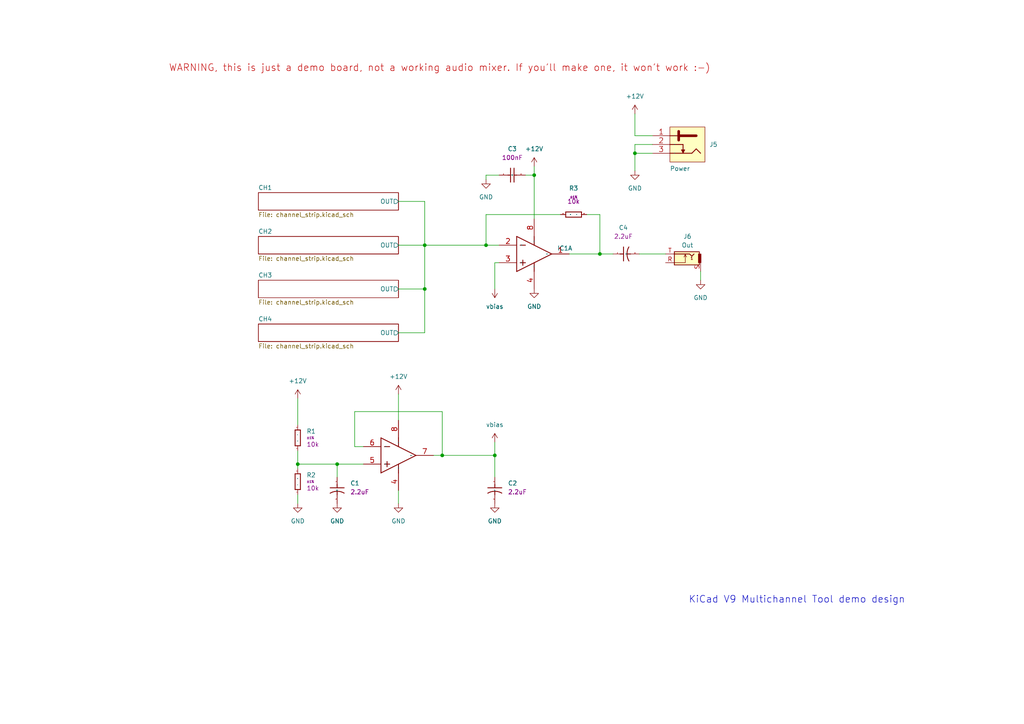
<source format=kicad_sch>
(kicad_sch (version 20231120) (generator "eeschema") (generator_version "7.99")
  (paper "A4")
  (lib_symbols
    (symbol "Audio-Jack-2_Switch_1" (pin_names (offset 1.016))
      (property "Reference" "J1" (at -1.27 7.62 0))
      (property "Value" "CH1" (at -1.27 5.08 0))
      (symbol "Audio-Jack-2_Switch_1_0_0"
        (text "1" (at -2.54 1.27 0) (effects (font (size 0.762 0.762))))
      )
      (symbol "Audio-Jack-2_Switch_1_0_1"
        (rectangle (start -4.699 3.175) (end 2.54 -0.635) (stroke (width 0.254)) (fill (type background)))
        (rectangle (start -4.445 0) (end -5.207 2.54) (fill (type outline)))
        (polyline (pts (xy -0.635 2.413) (xy -0.254 1.651)))
        (polyline (pts (xy 2.54 0) (xy -0.635 0) (xy -0.635 2.413) (xy -1.016 1.651)))
        (polyline (pts (xy 2.54 2.54) (xy -1.905 2.54) (xy -2.54 1.905) (xy -3.175 2.54)) (stroke (width 0.254)))
      )
      (symbol "Audio-Jack-2_Switch_1_1_1"
        (pin passive line (at 5.08 0 180) (length 2.54) (name "~") (number "R"))
        (pin passive line (at -5.08 -2.54 90) (length 2.54) (name "~") (number "S"))
        (pin passive line (at 5.08 2.54 180) (length 2.54) (name "~") (number "T"))
      )
    )
    (symbol "Capacitors SMD:CC1206_100NF_50V_10%_X7R" (pin_names (offset 1.27))
      (property "Reference" "C" (at 3.81 3.048 0))
      (property "Description" "100nF" (at 3.81 -3.048 0))
      (symbol "CC1206_100NF_50V_10%_X7R_0_1"
        (polyline (pts (xy 2.54 0) (xy 3.302 0)) (stroke (width 0.254)))
        (polyline (pts (xy 3.302 -2.032) (xy 3.302 2.032)) (stroke (width 0.254)))
        (polyline (pts (xy 4.318 2.032) (xy 4.318 -2.032)) (stroke (width 0.254)))
        (polyline (pts (xy 5.08 0) (xy 4.318 0)) (stroke (width 0.254)))
        (pin passive line (at 0 0 0) (length 2.54) (name "1") (number "1"))
        (pin passive line (at 7.62 0 180) (length 2.54) (name "2") (number "2"))
      )
    )
    (symbol "Capacitors THD:CTEB_2.2UF_35V_10%_254-500X840" (pin_names (offset 1.27))
      (property "Reference" "C" (at 3.81 3.048 0))
      (property "Description" "2.2uF" (at 3.81 -3.048 0))
      (symbol "CTEB_2.2UF_35V_10%_254-500X840_0_1"
        (polyline (pts (xy 2.032 0) (xy 3.048 0)) (stroke (width 0.254)))
        (polyline (pts (xy 3.048 2.032) (xy 3.048 -2.032)) (stroke (width 0.254)))
        (polyline (pts (xy 4.064 0) (xy 5.08 0)) (stroke (width 0.254)))
        (arc (start 4.064 0) (mid 4.2034 -1.0553) (end 4.6228 -2.032) (stroke (width 0.254)))
        (arc (start 4.5974 2.032) (mid 4.1925 1.0516) (end 4.064 0) (stroke (width 0.254)))
        (text "+" (at 2.54 0.762 900) (effects (font (size 1.27 1.27)) (justify left bottom)))
        (pin passive line (at 0 0 0) (length 2.54) (name "1") (number "1"))
        (pin passive line (at 7.62 0 180) (length 2.54) (name "2") (number "2"))
      )
    )
    (symbol "Miscellaneous:CLIFF_FC68148(DC-10A)" (pin_names (offset 1.27))
      (property "Reference" "J" (at 3.81 1.27 0))
      (symbol "CLIFF_FC68148(DC-10A)_0_1"
        (rectangle (start 0 -10.16) (end 10.16 0) (fill (type background)))
        (polyline (pts (xy 0 -7.62) (xy 6.35 -7.62)) (stroke (width 0.254)))
        (polyline (pts (xy 0 -5.08) (xy 3.81 -5.08)) (stroke (width 0.254)))
        (polyline (pts (xy 0 -2.54) (xy 2.54 -2.54)) (stroke (width 0.254)))
        (polyline (pts (xy 2.54 -1.27) (xy 2.54 -3.81)) (stroke (width 0.762)))
        (polyline (pts (xy 3.81 -7.112) (xy 3.81 -5.08)) (stroke (width 0.254)))
        (polyline (pts (xy 6.35 -7.62) (xy 7.62 -6.35)) (stroke (width 0.254)))
        (polyline (pts (xy 7.62 -2.54) (xy 2.54 -2.54)) (stroke (width 0.762)))
        (polyline (pts (xy 8.89 -7.62) (xy 7.62 -6.35)) (stroke (width 0.254)))
        (polyline (pts (xy 3.81 -7.62) (xy 3.302 -6.604) (xy 4.318 -6.604) (xy 3.81 -7.62)) (fill (type outline)))
        (pin bidirectional line (at -5.08 -2.54 0) (length 5.08) (name "1") (number "1"))
        (pin bidirectional line (at -5.08 -5.08 0) (length 5.08) (name "2") (number "2"))
        (pin bidirectional line (at -5.08 -7.62 0) (length 5.08) (name "3") (number "3"))
      )
    )
    (symbol "Operational Amplifiers:TL072CD" (pin_names (offset 1.27))
      (property "Reference" "IC" (at 8.89 -1.27 0))
      (symbol "TL072CD_0_1"
        (pin power_in line (at 5.08 -15.24 90) (length 5.08) (name "V-") (number "4"))
        (pin power_in line (at 5.08 5.08 270) (length 5.08) (name "V+") (number "8"))
      )
      (symbol "TL072CD_0_2"
        (pin power_in line (at 5.08 -15.24 90) (length 5.08) (name "V-") (number "4"))
        (pin power_in line (at 5.08 5.08 270) (length 5.08) (name "V+") (number "8"))
      )
      (symbol "TL072CD_1_1"
        (polyline (pts (xy 0 -10.16) (xy 10.16 -5.08)) (stroke (width 0.254)))
        (polyline (pts (xy 0 0) (xy 0 -10.16)) (stroke (width 0.254)))
        (polyline (pts (xy 0 0) (xy 10.16 -5.08)) (stroke (width 0.254)))
        (polyline (pts (xy 1.016 -7.62) (xy 2.54 -7.62)) (stroke (width 0.254)))
        (polyline (pts (xy 1.016 -2.54) (xy 2.54 -2.54)) (stroke (width 0.254)))
        (polyline (pts (xy 1.778 -6.858) (xy 1.778 -8.382)) (stroke (width 0.254)))
        (polyline (pts (xy 5.08 -7.62) (xy 5.08 -10.16)) (stroke (width 0.254)))
        (polyline (pts (xy 5.08 0) (xy 5.08 -2.54)) (stroke (width 0.254)))
        (text "V+" (at 5.08 -1.27 900) (effects (font (size 1.016 1.016)) (justify left bottom)))
        (text "V-" (at 5.08 -8.89 900) (effects (font (size 1.016 1.016)) (justify right bottom)))
        (pin output line (at 15.24 -5.08 180) (length 5.08) (name "OUT") (number "1"))
        (pin input line (at -5.08 -2.54 0) (length 5.08) (name "IN-") (number "2"))
        (pin input line (at -5.08 -7.62 0) (length 5.08) (name "IN+") (number "3"))
      )
      (symbol "TL072CD_1_2"
        (polyline (pts (xy 0 -10.16) (xy 10.16 -5.08)) (stroke (width 0.254)))
        (polyline (pts (xy 0 0) (xy 0 -10.16)) (stroke (width 0.254)))
        (polyline (pts (xy 0 0) (xy 10.16 -5.08)) (stroke (width 0.254)))
        (polyline (pts (xy 1.016 -7.62) (xy 2.54 -7.62)) (stroke (width 0.254)))
        (polyline (pts (xy 1.016 -2.54) (xy 2.54 -2.54)) (stroke (width 0.254)))
        (polyline (pts (xy 1.778 -1.778) (xy 1.778 -3.302)) (stroke (width 0.254)))
        (polyline (pts (xy 5.08 -7.62) (xy 5.08 -10.16)) (stroke (width 0.254)))
        (polyline (pts (xy 5.08 0) (xy 5.08 -2.54)) (stroke (width 0.254)))
        (text "V+" (at 5.08 -1.27 900) (effects (font (size 1.016 1.016)) (justify left bottom)))
        (text "V-" (at 5.08 -8.89 900) (effects (font (size 1.016 1.016)) (justify right bottom)))
        (pin output line (at 15.24 -5.08 180) (length 5.08) (name "OUT") (number "1"))
        (pin input line (at -5.08 -7.62 0) (length 5.08) (name "IN-") (number "2"))
        (pin input line (at -5.08 -2.54 0) (length 5.08) (name "IN+") (number "3"))
      )
      (symbol "TL072CD_2_1"
        (polyline (pts (xy 0 -10.16) (xy 10.16 -5.08)) (stroke (width 0.254)))
        (polyline (pts (xy 0 0) (xy 0 -10.16)) (stroke (width 0.254)))
        (polyline (pts (xy 0 0) (xy 10.16 -5.08)) (stroke (width 0.254)))
        (polyline (pts (xy 1.016 -7.62) (xy 2.54 -7.62)) (stroke (width 0.254)))
        (polyline (pts (xy 1.016 -2.54) (xy 2.54 -2.54)) (stroke (width 0.254)))
        (polyline (pts (xy 1.778 -6.858) (xy 1.778 -8.382)) (stroke (width 0.254)))
        (polyline (pts (xy 5.08 -7.62) (xy 5.08 -10.16)) (stroke (width 0.254)))
        (polyline (pts (xy 5.08 0) (xy 5.08 -2.54)) (stroke (width 0.254)))
        (text "V+" (at 5.08 -1.27 900) (effects (font (size 1.016 1.016)) (justify left bottom)))
        (text "V-" (at 5.08 -8.89 900) (effects (font (size 1.016 1.016)) (justify right bottom)))
        (pin input line (at -5.08 -7.62 0) (length 5.08) (name "IN+") (number "5"))
        (pin input line (at -5.08 -2.54 0) (length 5.08) (name "IN-") (number "6"))
        (pin output line (at 15.24 -5.08 180) (length 5.08) (name "OUT") (number "7"))
      )
      (symbol "TL072CD_2_2"
        (polyline (pts (xy 0 -10.16) (xy 10.16 -5.08)) (stroke (width 0.254)))
        (polyline (pts (xy 0 0) (xy 0 -10.16)) (stroke (width 0.254)))
        (polyline (pts (xy 0 0) (xy 10.16 -5.08)) (stroke (width 0.254)))
        (polyline (pts (xy 1.016 -7.62) (xy 2.54 -7.62)) (stroke (width 0.254)))
        (polyline (pts (xy 1.016 -2.54) (xy 2.54 -2.54)) (stroke (width 0.254)))
        (polyline (pts (xy 1.778 -1.778) (xy 1.778 -3.302)) (stroke (width 0.254)))
        (polyline (pts (xy 5.08 -7.62) (xy 5.08 -10.16)) (stroke (width 0.254)))
        (polyline (pts (xy 5.08 0) (xy 5.08 -2.54)) (stroke (width 0.254)))
        (text "V+" (at 5.08 -1.27 900) (effects (font (size 1.016 1.016)) (justify left bottom)))
        (text "V-" (at 5.08 -8.89 900) (effects (font (size 1.016 1.016)) (justify right bottom)))
        (pin input line (at -5.08 -2.54 0) (length 5.08) (name "IN+") (number "5"))
        (pin input line (at -5.08 -7.62 0) (length 5.08) (name "IN-") (number "6"))
        (pin output line (at 15.24 -5.08 180) (length 5.08) (name "OUT") (number "7"))
      )
    )
    (symbol "Resistors SMD:R1206_10K_1%_0.25W_100PPM" (pin_names (offset 1.27))
      (property "Reference" "R" (at 3.81 1.778 0))
      (property "Description" "±1%" (at 3.81 0 0))
      (property "Val" "10k" (at 3.81 -1.778 0))
      (symbol "R1206_10K_1%_0.25W_100PPM_0_1"
        (polyline (pts (xy 1.524 -0.762) (xy 6.096 -0.762)) (stroke (width 0.254)))
        (polyline (pts (xy 1.524 0.762) (xy 1.524 -0.762)) (stroke (width 0.254)))
        (polyline (pts (xy 6.096 -0.762) (xy 6.096 0.762)) (stroke (width 0.254)))
        (polyline (pts (xy 6.096 0.762) (xy 1.524 0.762)) (stroke (width 0.254)))
        (pin passive line (at 0 0 0) (length 1.524) (name "1") (number "1"))
        (pin passive line (at 7.62 0 180) (length 1.524) (name "2") (number "2"))
      )
    )
    (symbol "power:+12V" (power) (pin_names (offset 0))
      (property "Value" "+12V" (at 0 3.556 0))
      (symbol "+12V_0_1"
        (polyline (pts (xy -0.762 1.27) (xy 0 2.54)))
        (polyline (pts (xy 0 0) (xy 0 2.54)))
        (polyline (pts (xy 0 2.54) (xy 0.762 1.27)))
      )
      (symbol "+12V_1_1"
        (pin power_in line (at 0 0 90) (length 0) hide (name "+12V") (number "1"))
      )
    )
    (symbol "power:+1V1" (power) (pin_names (offset 0))
      (property "Value" "+1V1" (at 0 3.556 0))
      (symbol "+1V1_0_1"
        (polyline (pts (xy -0.762 1.27) (xy 0 2.54)))
        (polyline (pts (xy 0 0) (xy 0 2.54)))
        (polyline (pts (xy 0 2.54) (xy 0.762 1.27)))
      )
      (symbol "+1V1_1_1"
        (pin power_in line (at 0 0 90) (length 0) hide (name "+1V1") (number "1"))
      )
    )
    (symbol "power:GND" (power) (pin_names (offset 0))
      (property "Value" "GND" (at 0 -3.81 0))
      (symbol "GND_0_1"
        (polyline (pts (xy 0 0) (xy 0 -1.27) (xy 1.27 -1.27) (xy 0 -2.54) (xy -1.27 -1.27) (xy 0 -1.27)))
      )
      (symbol "GND_1_1"
        (pin power_in line (at 0 0 270) (length 0) hide (name "GND") (number "1"))
      )
    )
  )
  (junction (at 184.15 44.45))
  (junction (at 97.79 134.62))
  (junction (at 123.19 71.12))
  (junction (at 128.27 132.08))
  (junction (at 143.51 132.08))
  (junction (at 154.94 50.8))
  (junction (at 123.19 83.82))
  (junction (at 173.99 73.66))
  (junction (at 86.36 134.62))
  (junction (at 140.97 71.12))
  (wire (pts (xy 97.79 134.62) (xy 86.36 134.62)))
  (wire (pts (xy 189.23 39.37) (xy 184.15 39.37)))
  (wire (pts (xy 184.15 44.45) (xy 189.23 44.45)))
  (wire (pts (xy 115.57 146.05) (xy 115.57 142.24)))
  (wire (pts (xy 189.23 41.91) (xy 184.15 41.91)))
  (wire (pts (xy 140.97 62.23) (xy 140.97 71.12)))
  (wire (pts (xy 115.57 114.3) (xy 115.57 121.92)))
  (wire (pts (xy 154.94 48.26) (xy 154.94 50.8)))
  (wire (pts (xy 143.51 76.2) (xy 143.51 83.82)))
  (wire (pts (xy 140.97 71.12) (xy 144.78 71.12)))
  (wire (pts (xy 115.57 58.42) (xy 123.19 58.42)))
  (wire (pts (xy 86.36 134.62) (xy 86.36 135.89)))
  (wire (pts (xy 102.87 129.54) (xy 102.87 119.38)))
  (wire (pts (xy 173.99 62.23) (xy 170.18 62.23)))
  (wire (pts (xy 115.57 83.82) (xy 123.19 83.82)))
  (wire (pts (xy 203.2 78.74) (xy 203.2 81.28)))
  (wire (pts (xy 184.15 41.91) (xy 184.15 44.45)))
  (wire (pts (xy 143.51 128.27) (xy 143.51 132.08)))
  (wire (pts (xy 140.97 50.8) (xy 140.97 52.07)))
  (wire (pts (xy 144.78 76.2) (xy 143.51 76.2)))
  (wire (pts (xy 184.15 33.02) (xy 184.15 39.37)))
  (wire (pts (xy 123.19 71.12) (xy 123.19 83.82)))
  (wire (pts (xy 102.87 119.38) (xy 128.27 119.38)))
  (wire (pts (xy 86.36 130.81) (xy 86.36 134.62)))
  (wire (pts (xy 123.19 71.12) (xy 140.97 71.12)))
  (wire (pts (xy 162.56 62.23) (xy 140.97 62.23)))
  (wire (pts (xy 86.36 143.51) (xy 86.36 146.05)))
  (wire (pts (xy 143.51 132.08) (xy 143.51 138.43)))
  (wire (pts (xy 86.36 115.57) (xy 86.36 123.19)))
  (wire (pts (xy 115.57 71.12) (xy 123.19 71.12)))
  (wire (pts (xy 173.99 73.66) (xy 173.99 62.23)))
  (wire (pts (xy 184.15 44.45) (xy 184.15 49.53)))
  (wire (pts (xy 123.19 83.82) (xy 123.19 96.52)))
  (wire (pts (xy 173.99 73.66) (xy 177.8 73.66)))
  (wire (pts (xy 97.79 134.62) (xy 97.79 138.43)))
  (wire (pts (xy 165.1 73.66) (xy 173.99 73.66)))
  (wire (pts (xy 128.27 119.38) (xy 128.27 132.08)))
  (wire (pts (xy 105.41 134.62) (xy 97.79 134.62)))
  (wire (pts (xy 128.27 132.08) (xy 125.73 132.08)))
  (wire (pts (xy 105.41 129.54) (xy 102.87 129.54)))
  (wire (pts (xy 123.19 96.52) (xy 115.57 96.52)))
  (wire (pts (xy 154.94 50.8) (xy 154.94 63.5)))
  (wire (pts (xy 152.4 50.8) (xy 154.94 50.8)))
  (wire (pts (xy 185.42 73.66) (xy 193.04 73.66)))
  (wire (pts (xy 123.19 58.42) (xy 123.19 71.12)))
  (wire (pts (xy 128.27 132.08) (xy 143.51 132.08)))
  (wire (pts (xy 140.97 50.8) (xy 144.78 50.8)))
  (text "WARNING, this is just a demo board, not a working audio mixer. If you'll make one, it won't work :-)" (at 127.508 19.812 0) (effects (font (size 2 2))))
  (text "KiCad V9 Multichannel Tool demo design" (at 231.14 173.99 0) (effects (font (size 2 2))))
  (symbol (lib_id "power:GND") (at 86.36 146.05 0) (unit 1)
    (property "Reference" "#PWR03" (effects (hide yes)))
    (property "Value" "GND" (at 86.36 151.13 0))
    (property "Description" "GROUND power-flag symbol" (effects (hide yes)))
  )
  (symbol (lib_id "power:+12V") (at 86.36 115.57 0) (unit 1)
    (property "Reference" "#PWR02" (effects (hide yes)))
    (property "Value" "+12V" (at 86.36 110.49 0))
    (property "Description" "power-flag symbol" (effects (hide yes)))
  )
  (symbol (lib_id "Capacitors THD:CTEB_2.2UF_35V_10%_254-500X840") (at 143.51 138.43 270) (unit 1)
    (property "Reference" "C2" (at 147.32 140.1602 90) (effects (justify left)))
    (property "Value" "CTEB_2.2UF_35V_10%_254-500X840" (effects (hide yes)))
    (property "Footprint" "Capacitors THD:CAPPRB254-500X840" (effects (hide yes)))
    (property "Datasheet" "\\\\cern.ch\\dfs\\Applications\\Altium\\Datasheets\\CTEB_KEMET_T350.pdf" (effects (hide yes)))
    (property "Description" "2.2uF" (at 147.32 142.7002 90) (effects (justify left)))
    (property "Part Number" "CTEB_2.2UF_35V_10%_254-500X840" (effects (hide yes)))
    (property "Library Ref" "Capacitor - polarized" (effects (hide yes)))
    (property "Library Path" "SchLib\\Capacitors.SchLib" (effects (hide yes)))
    (property "Comment" "2.2uF" (effects (hide yes)))
    (property "Component Kind" "Standard" (effects (hide yes)))
    (property "Component Type" "Standard" (effects (hide yes)))
    (property "PackageDescription" " " (effects (hide yes)))
    (property "Pin Count" "2" (effects (hide yes)))
    (property "Footprint Path" "PcbLib\\Capacitors THD.PcbLib" (effects (hide yes)))
    (property "Footprint Ref" "CAPPRB254-500X840" (effects (hide yes)))
    (property "Status" "None" (effects (hide yes)))
    (property "Status Comment" " " (effects (hide yes)))
    (property "Voltage" "35V" (effects (hide yes)))
    (property "TC" " " (effects (hide yes)))
    (property "Tolerance" "±10%" (effects (hide yes)))
    (property "Part Description" "Solid Tantalum Resin Dipped Capacitor" (effects (hide yes)))
    (property "Manufacturer" "KEMET" (effects (hide yes)))
    (property "Manufacturer Part Number" "T350C225K035AT" (effects (hide yes)))
    (property "Case" "LS2.54 D5 x H8.4" (effects (hide yes)))
    (property "Mounted" "Yes" (effects (hide yes)))
    (property "PressFit" " " (effects (hide yes)))
    (property "Socket" "No" (effects (hide yes)))
    (property "SMD" "No" (effects (hide yes)))
    (property "Sense" "No" (effects (hide yes)))
    (property "Sense Comment" " " (effects (hide yes)))
    (property "ComponentHeight" "8.4mm" (effects (hide yes)))
    (property "Manufacturer1 Example" " " (effects (hide yes)))
    (property "Manufacturer1 Part Number" " " (effects (hide yes)))
    (property "Manufacturer1 ComponentHeight" " " (effects (hide yes)))
    (property "HelpURL" "\\\\cern.ch\\dfs\\Applications\\Altium\\Datasheets\\CTEB_KEMET_T350.pdf" (effects (hide yes)))
    (property "Author" "CERN DEM JLC" (effects (hide yes)))
    (property "CreateDate" "12/16/09 00:00:00" (effects (hide yes)))
    (property "LatestRevisionDate" "12/16/09 00:00:00" (effects (hide yes)))
    (property "Database Table Name" "Capacitors" (effects (hide yes)))
    (property "Library Name" "Capacitors THD" (effects (hide yes)))
    (property "Footprint Library" "Capacitors THD" (effects (hide yes)))
    (property "License" "This work is licensed under the Creative Commons CC-BY-SA 4.0 License. To the extent that circuit schematics that use Licensed Material can be considered to be ‘Adapted Material’, then the copyright holder waives article 3.b of the license with respect to these schematics." (effects (hide yes)))
  )
  (symbol (lib_id "power:GND") (at 97.79 146.05 0) (unit 1)
    (property "Reference" "#PWR04" (effects (hide yes)))
    (property "Value" "GND" (at 97.79 151.13 0))
    (property "Description" "GROUND power-flag symbol" (effects (hide yes)))
  )
  (symbol (lib_id "power:GND") (at 203.2 81.28 0) (unit 1)
    (property "Reference" "#PWR013" (effects (hide yes)))
    (property "Value" "GND" (at 203.2 86.36 0))
    (property "Description" "GROUND power-flag symbol" (effects (hide yes)))
  )
  (symbol (lib_id "Capacitors SMD:CC1206_100NF_50V_10%_X7R") (at 144.78 50.8 0) (unit 1)
    (property "Reference" "C3" (at 148.59 43.18 0))
    (property "Value" "CC1206_100NF_50V_10%_X7R" (effects (hide yes)))
    (property "Footprint" "Capacitors SMD:CAPC3216X140N" (effects (hide yes)))
    (property "Datasheet" "\\\\cern.ch\\dfs\\Applications\\Altium\\Datasheets\\CC1206_X7R_VISHAY_VJ.pdf" (effects (hide yes)))
    (property "Description" "100nF" (at 148.59 45.72 0))
    (property "Part Number" "CC1206_100NF_50V_10%_X7R" (effects (hide yes)))
    (property "Library Ref" "Capacitor - non polarized" (effects (hide yes)))
    (property "Library Path" "SchLib\\Capacitors.SchLib" (effects (hide yes)))
    (property "Comment" "100nF" (effects (hide yes)))
    (property "Component Kind" "Standard" (effects (hide yes)))
    (property "Component Type" "Standard" (effects (hide yes)))
    (property "Pin Count" "2" (effects (hide yes)))
    (property "Footprint Path" "PcbLib\\Capacitors SMD.PcbLib" (effects (hide yes)))
    (property "Footprint Ref" "CAPC3216X140N" (effects (hide yes)))
    (property "PackageDescription" " " (effects (hide yes)))
    (property "Status" "Preferred" (effects (hide yes)))
    (property "Status Comment" " " (effects (hide yes)))
    (property "Voltage" "50V" (effects (hide yes)))
    (property "TC" "X7R" (effects (hide yes)))
    (property "Tolerance" "±10%" (effects (hide yes)))
    (property "Part Description" "SMD Multilayer Chip Ceramic Capacitor" (effects (hide yes)))
    (property "Manufacturer" "GENERIC" (effects (hide yes)))
    (property "Manufacturer Part Number" "CC1206_100NF_50V_10%_X7R" (effects (hide yes)))
    (property "Case" "1206" (effects (hide yes)))
    (property "Mounted" "Yes" (effects (hide yes)))
    (property "Socket" "No" (effects (hide yes)))
    (property "SMD" "Yes" (effects (hide yes)))
    (property "PressFit" " " (effects (hide yes)))
    (property "Sense" "No" (effects (hide yes)))
    (property "Sense Comment" " " (effects (hide yes)))
    (property "ComponentHeight" " " (effects (hide yes)))
    (property "Manufacturer1 Example" "VISHAY VITRAMON" (effects (hide yes)))
    (property "Manufacturer1 Part Number" "VJ1206Y104KXAAT" (effects (hide yes)))
    (property "Manufacturer1 ComponentHeight" "1.7mm" (effects (hide yes)))
    (property "HelpURL" "\\\\cern.ch\\dfs\\Applications\\Altium\\Datasheets\\CC1206_X7R_VISHAY_VJ.pdf" (effects (hide yes)))
    (property "Author" "CERN DEM JLC" (effects (hide yes)))
    (property "CreateDate" "12/03/07 00:00:00" (effects (hide yes)))
    (property "LatestRevisionDate" "12/03/07 00:00:00" (effects (hide yes)))
    (property "Database Table Name" "Capacitors" (effects (hide yes)))
    (property "Library Name" "Capacitors SMD" (effects (hide yes)))
    (property "Footprint Library" "Capacitors SMD" (effects (hide yes)))
    (property "License" "This work is licensed under the Creative Commons CC-BY-SA 4.0 License. To the extent that circuit schematics that use Licensed Material can be considered to be ‘Adapted Material’, then the copyright holder waives article 3.b of the license with respect to these schematics." (effects (hide yes)))
  )
  (symbol (lib_id "power:GND") (at 143.51 146.05 0) (unit 1)
    (property "Reference" "#PWR010" (effects (hide yes)))
    (property "Value" "GND" (at 143.51 151.13 0))
    (property "Description" "GROUND power-flag symbol" (effects (hide yes)))
  )
  (symbol (lib_id "Miscellaneous:CLIFF_FC68148(DC-10A)") (at 194.31 36.83 0) (unit 1)
    (property "Reference" "J5" (at 205.74 41.9099 0) (effects (justify left)))
    (property "Value" "Power" (at 194.31 48.895 0) (effects (justify left)))
    (property "Footprint" "Miscellaneous THD:CLIFF_FC68148(DC-10A)" (effects (hide yes)))
    (property "Datasheet" "\\\\cern.ch\\dfs\\Applications\\Altium\\Datasheets\\CLIFF_FC68148(DC-10A).pdf" (effects (hide yes)))
    (property "Description" "Jack" (effects (hide yes)))
    (property "Part Number" "CLIFF_FC68148(DC-10A)" (effects (hide yes)))
    (property "Library Ref" "CLIFF_FC68148(DC-10A)" (effects (hide yes)))
    (property "Library Path" "SchLib\\Connectors.SchLib" (effects (hide yes)))
    (property "Comment" " " (effects (hide yes)))
    (property "Component Kind" "Standard" (effects (hide yes)))
    (property "Component Type" "Standard" (effects (hide yes)))
    (property "Device" " " (effects (hide yes)))
    (property "PackageDescription" " " (effects (hide yes)))
    (property "Pin Count" "3" (effects (hide yes)))
    (property "Case" " " (effects (hide yes)))
    (property "Footprint Path" "PcbLib\\Miscellaneous THD.PcbLib" (effects (hide yes)))
    (property "Footprint Ref" "CLIFF_FC68148(DC-10A)" (effects (hide yes)))
    (property "Family" "Jack" (effects (hide yes)))
    (property "Mounted" "Yes" (effects (hide yes)))
    (property "Socket" "No" (effects (hide yes)))
    (property "PressFit" "No" (effects (hide yes)))
    (property "SMD" "No" (effects (hide yes)))
    (property "Sense" "No" (effects (hide yes)))
    (property "Sense Comment" " " (effects (hide yes)))
    (property "Status Comment" " " (effects (hide yes)))
    (property "Status" "None" (effects (hide yes)))
    (property "SCEM" " " (effects (hide yes)))
    (property "Part Description" "12V/5A, 2.1mm Diameter Pin, DC Power Socket with  Switch (DC10A Type)" (effects (hide yes)))
    (property "Manufacturer" "CLIFF ELECTRONIC COMPONENTS" (effects (hide yes)))
    (property "Manufacturer Part Number" "FC68148 (DC-10A)" (effects (hide yes)))
    (property "ComponentHeight" "11mm" (effects (hide yes)))
    (property "HelpURL" "\\\\cern.ch\\dfs\\Applications\\Altium\\Datasheets\\CLIFF_FC68148(DC-10A).pdf" (effects (hide yes)))
    (property "ComponentLink1URL" " " (effects (hide yes)))
    (property "ComponentLink1Description" " " (effects (hide yes)))
    (property "ComponentLink2URL" " " (effects (hide yes)))
    (property "ComponentLink2Description" " " (effects (hide yes)))
    (property "Author" "CERN DEM JLC" (effects (hide yes)))
    (property "CreateDate" "11/23/10 00:00:00" (effects (hide yes)))
    (property "LatestRevisionDate" "11/23/10 00:00:00" (effects (hide yes)))
    (property "Database Table Name" "Connectors" (effects (hide yes)))
    (property "Library Name" "Miscellaneous" (effects (hide yes)))
    (property "Footprint Library" "Miscellaneous THD" (effects (hide yes)))
    (property "License" "This work is licensed under the Creative Commons CC-BY-SA 4.0 License. To the extent that circuit schematics that use Licensed Material can be considered to be ‘Adapted Material’, then the copyright holder waives article 3.b of the license with respect to these schematics." (effects (hide yes)))
  )
  (symbol (lib_name "Audio-Jack-2_Switch_1") (lib_id "Connector:Audio-Jack-2_Switch") (at 198.12 76.2 0) (mirror y) (unit 1)
    (property "Reference" "J6" (at 199.39 68.58 0))
    (property "Value" "Out" (at 199.39 71.12 0))
    (property "Footprint" "Connector_Audio:Jack_6.35mm_Neutrik_NMJ6HCD2_Horizontal" (effects (hide yes)))
    (property "Description" "2-pin audio jack receptable (mono/TS connector) with switching contact" (effects (hide yes)))
  )
  (symbol (lib_id "Resistors SMD:R1206_10K_1%_0.25W_100PPM") (at 86.36 130.81 90) (unit 1)
    (property "Reference" "R1" (at 88.9 125.0949 90) (effects (justify right)))
    (property "Value" "R1206_10K_1%_0.25W_100PPM" (effects (hide yes)))
    (property "Footprint" "Resistors SMD:RESC3216X65N" (effects (hide yes)))
    (property "Datasheet" "\\\\cern.ch\\dfs\\Applications\\Altium\\Datasheets\\R1206_NIC_NRC.pdf" (effects (hide yes)))
    (property "Description" "±1%" (at 88.9 127 90) (effects (font (size 0.635 0.635)) (justify right)))
    (property "Val" "10k" (at 88.9 128.9049 90) (effects (justify right)))
    (property "Part Number" "R1206_10K_1%_0.25W_100PPM" (effects (hide yes)))
    (property "Library Ref" "Resistor - 1%" (effects (hide yes)))
    (property "Library Path" "SchLib\\Resistors.SchLib" (effects (hide yes)))
    (property "Comment" "10k" (effects (hide yes)))
    (property "Component Kind" "Standard" (effects (hide yes)))
    (property "Component Type" "Standard" (effects (hide yes)))
    (property "PackageDescription" " " (effects (hide yes)))
    (property "Pin Count" "2" (effects (hide yes)))
    (property "Footprint Path" "PcbLib\\Resistors SMD.PcbLib" (effects (hide yes)))
    (property "Footprint Ref" "RESC3216X65N" (effects (hide yes)))
    (property "Status" "Preferred" (effects (hide yes)))
    (property "Power" "0.25W" (effects (hide yes)))
    (property "TC" "±100ppm/°C" (effects (hide yes)))
    (property "Voltage" " " (effects (hide yes)))
    (property "Tolerance" "±1%" (effects (hide yes)))
    (property "Part Description" "General Purpose Thick Film Chip Resistor" (effects (hide yes)))
    (property "Manufacturer" "GENERIC" (effects (hide yes)))
    (property "Manufacturer Part Number" "R1206_10K_1%_0.25W_100PPM" (effects (hide yes)))
    (property "Case" "1206" (effects (hide yes)))
    (property "PressFit" "No" (effects (hide yes)))
    (property "Mounted" "Yes" (effects (hide yes)))
    (property "Sense Comment" " " (effects (hide yes)))
    (property "Sense" "No" (effects (hide yes)))
    (property "Status Comment" " " (effects (hide yes)))
    (property "Socket" "No" (effects (hide yes)))
    (property "SMD" "Yes" (effects (hide yes)))
    (property "ComponentHeight" " " (effects (hide yes)))
    (property "Manufacturer1 Example" "NIC COMPONENT" (effects (hide yes)))
    (property "Manufacturer1 Part Number" "NRC12F1002TRF" (effects (hide yes)))
    (property "Manufacturer1 ComponentHeight" "0.65mm" (effects (hide yes)))
    (property "HelpURL" "\\\\cern.ch\\dfs\\Applications\\Altium\\Datasheets\\R1206_NIC_NRC.pdf" (effects (hide yes)))
    (property "Author" "CERN DEM JLC" (effects (hide yes)))
    (property "CreateDate" "12/03/07 00:00:00" (effects (hide yes)))
    (property "LatestRevisionDate" "03/13/08 00:00:00" (effects (hide yes)))
    (property "Database Table Name" "Resistors" (effects (hide yes)))
    (property "Library Name" "Resistors SMD" (effects (hide yes)))
    (property "Footprint Library" "Resistors SMD" (effects (hide yes)))
    (property "License" "This work is licensed under the Creative Commons CC-BY-SA 4.0 License. To the extent that circuit schematics that use Licensed Material can be considered to be ‘Adapted Material’, then the copyright holder waives article 3.b of the license with respect to these schematics." (effects (hide yes)))
  )
  (symbol (lib_id "power:GND") (at 115.57 146.05 0) (unit 1)
    (property "Reference" "#PWR06" (effects (hide yes)))
    (property "Value" "GND" (at 115.57 151.13 0))
    (property "Description" "GROUND power-flag symbol" (effects (hide yes)))
  )
  (symbol (lib_id "Operational Amplifiers:TL072CD") (at 110.49 127 0) (unit 2)
    (property "Reference" "IC1" (effects (hide yes)))
    (property "Value" "TL072CD" (effects (hide yes)))
    (property "Footprint" "ICs And Semiconductors SMD:SOIC127P600X175-8N" (effects (hide yes)))
    (property "Datasheet" "\\\\cern.ch\\dfs\\Applications\\Altium\\Datasheets\\TL072CD.pdf" (effects (hide yes)))
    (property "Description" "TL072CD" (effects (hide yes)))
    (property "Library Ref" "Operational Amplifier x2 Type1" (effects (hide yes)))
    (property "Library Path" "SchLib\\Operational Amplifiers.SchLib" (effects (hide yes)))
    (property "Comment" "TL072CD" (effects (hide yes)))
    (property "Component Kind" "Standard" (effects (hide yes)))
    (property "Component Type" "Standard" (effects (hide yes)))
    (property "Device" "TL072CD" (effects (hide yes)))
    (property "PackageDescription" "SOIC 8, Pitch 1.27mm - Body 4x5mm, IPC Medium Density" (effects (hide yes)))
    (property "Status" " " (effects (hide yes)))
    (property "Part Description" "Dual Low-Noise JFET-Input Operational Amplifier" (effects (hide yes)))
    (property "Manufacturer" "TEXAS INSTRUMENTS" (effects (hide yes)))
    (property "Manufacturer Part Number" "TL072CD" (effects (hide yes)))
    (property "Pin Count" "8" (effects (hide yes)))
    (property "Case" "SOIC8" (effects (hide yes)))
    (property "Mounted" "Yes" (effects (hide yes)))
    (property "Socket" "No" (effects (hide yes)))
    (property "SMD" "Yes" (effects (hide yes)))
    (property "PressFit" "No" (effects (hide yes)))
    (property "Sense" "No" (effects (hide yes)))
    (property "Sense Comment" " " (effects (hide yes)))
    (property "Bonding" "No" (effects (hide yes)))
    (property "Status Comment" " " (effects (hide yes)))
    (property "ComponentHeight" "1.75mm" (effects (hide yes)))
    (property "Footprint Path" "PcbLib\\ICs And Semiconductors SMD.PcbLib" (effects (hide yes)))
    (property "Footprint Ref" "SOIC127P600X175-8N" (effects (hide yes)))
    (property "Author" "CERN DEM JMW" (effects (hide yes)))
    (property "HelpURL" "\\\\cern.ch\\dfs\\Applications\\Altium\\Datasheets\\TL072CD.pdf" (effects (hide yes)))
    (property "ComponentLink1URL" " " (effects (hide yes)))
    (property "ComponentLink2URL" " " (effects (hide yes)))
    (property "ComponentLink2Description" " " (effects (hide yes)))
    (property "ComponentLink1Description" " " (effects (hide yes)))
    (property "CreateDate" "05/07/08 00:00:00" (effects (hide yes)))
    (property "LatestRevisionDate" "05/07/08 00:00:00" (effects (hide yes)))
    (property "SCEM" " " (effects (hide yes)))
    (property "LatestRevisionDate1" " " (effects (hide yes)))
    (property "Field1" " " (effects (hide yes)))
    (property "Database Table Name" "ICs And Semiconductors" (effects (hide yes)))
    (property "Library Name" "Operational Amplifiers" (effects (hide yes)))
    (property "Footprint Library" "ICs And Semiconductors SMD" (effects (hide yes)))
    (property "License" "This work is licensed under the Creative Commons CC-BY-SA 4.0 License. To the extent that circuit schematics that use Licensed Material can be considered to be ‘Adapted Material’, then the copyright holder waives article 3.b of the license with respect to these schematics." (effects (hide yes)))
  )
  (symbol (lib_id "power:+12V") (at 154.94 48.26 0) (unit 1)
    (property "Reference" "#PWR011" (effects (hide yes)))
    (property "Value" "+12V" (at 154.94 43.18 0))
    (property "Description" "power-flag symbol" (effects (hide yes)))
  )
  (symbol (lib_id "power:+1V1") (at 143.51 83.82 180) (unit 1)
    (property "Reference" "#PWR08" (effects (hide yes)))
    (property "Value" "vbias" (at 143.51 88.9 0))
  )
  (symbol (lib_id "Resistors SMD:R1206_10K_1%_0.25W_100PPM") (at 86.36 143.51 90) (unit 1)
    (property "Reference" "R2" (at 88.9 137.7949 90) (effects (justify right)))
    (property "Value" "R1206_10K_1%_0.25W_100PPM" (effects (hide yes)))
    (property "Footprint" "Resistors SMD:RESC3216X65N" (effects (hide yes)))
    (property "Datasheet" "\\\\cern.ch\\dfs\\Applications\\Altium\\Datasheets\\R1206_NIC_NRC.pdf" (effects (hide yes)))
    (property "Description" "±1%" (at 88.9 139.7 90) (effects (font (size 0.635 0.635)) (justify right)))
    (property "Val" "10k" (at 88.9 141.6049 90) (effects (justify right)))
    (property "Part Number" "R1206_10K_1%_0.25W_100PPM" (effects (hide yes)))
    (property "Library Ref" "Resistor - 1%" (effects (hide yes)))
    (property "Library Path" "SchLib\\Resistors.SchLib" (effects (hide yes)))
    (property "Comment" "10k" (effects (hide yes)))
    (property "Component Kind" "Standard" (effects (hide yes)))
    (property "Component Type" "Standard" (effects (hide yes)))
    (property "PackageDescription" " " (effects (hide yes)))
    (property "Pin Count" "2" (effects (hide yes)))
    (property "Footprint Path" "PcbLib\\Resistors SMD.PcbLib" (effects (hide yes)))
    (property "Footprint Ref" "RESC3216X65N" (effects (hide yes)))
    (property "Status" "Preferred" (effects (hide yes)))
    (property "Power" "0.25W" (effects (hide yes)))
    (property "TC" "±100ppm/°C" (effects (hide yes)))
    (property "Voltage" " " (effects (hide yes)))
    (property "Tolerance" "±1%" (effects (hide yes)))
    (property "Part Description" "General Purpose Thick Film Chip Resistor" (effects (hide yes)))
    (property "Manufacturer" "GENERIC" (effects (hide yes)))
    (property "Manufacturer Part Number" "R1206_10K_1%_0.25W_100PPM" (effects (hide yes)))
    (property "Case" "1206" (effects (hide yes)))
    (property "PressFit" "No" (effects (hide yes)))
    (property "Mounted" "Yes" (effects (hide yes)))
    (property "Sense Comment" " " (effects (hide yes)))
    (property "Sense" "No" (effects (hide yes)))
    (property "Status Comment" " " (effects (hide yes)))
    (property "Socket" "No" (effects (hide yes)))
    (property "SMD" "Yes" (effects (hide yes)))
    (property "ComponentHeight" " " (effects (hide yes)))
    (property "Manufacturer1 Example" "NIC COMPONENT" (effects (hide yes)))
    (property "Manufacturer1 Part Number" "NRC12F1002TRF" (effects (hide yes)))
    (property "Manufacturer1 ComponentHeight" "0.65mm" (effects (hide yes)))
    (property "HelpURL" "\\\\cern.ch\\dfs\\Applications\\Altium\\Datasheets\\R1206_NIC_NRC.pdf" (effects (hide yes)))
    (property "Author" "CERN DEM JLC" (effects (hide yes)))
    (property "CreateDate" "12/03/07 00:00:00" (effects (hide yes)))
    (property "LatestRevisionDate" "03/13/08 00:00:00" (effects (hide yes)))
    (property "Database Table Name" "Resistors" (effects (hide yes)))
    (property "Library Name" "Resistors SMD" (effects (hide yes)))
    (property "Footprint Library" "Resistors SMD" (effects (hide yes)))
    (property "License" "This work is licensed under the Creative Commons CC-BY-SA 4.0 License. To the extent that circuit schematics that use Licensed Material can be considered to be ‘Adapted Material’, then the copyright holder waives article 3.b of the license with respect to these schematics." (effects (hide yes)))
  )
  (symbol (lib_id "power:GND") (at 154.94 83.82 0) (unit 1)
    (property "Reference" "#PWR012" (effects (hide yes)))
    (property "Value" "GND" (at 154.94 88.9 0))
    (property "Description" "GROUND power-flag symbol" (effects (hide yes)))
  )
  (symbol (lib_id "Resistors SMD:R1206_10K_1%_0.25W_100PPM") (at 162.56 62.23 0) (unit 1)
    (property "Reference" "R3" (at 166.37 54.61 0))
    (property "Value" "R1206_10K_1%_0.25W_100PPM" (effects (hide yes)))
    (property "Footprint" "Resistors SMD:RESC3216X65N" (effects (hide yes)))
    (property "Datasheet" "\\\\cern.ch\\dfs\\Applications\\Altium\\Datasheets\\R1206_NIC_NRC.pdf" (effects (hide yes)))
    (property "Description" "±1%" (at 166.37 57.15 0) (effects (font (size 0.635 0.635))))
    (property "Val" "10k" (at 166.37 58.42 0))
    (property "Part Number" "R1206_10K_1%_0.25W_100PPM" (effects (hide yes)))
    (property "Library Ref" "Resistor - 1%" (effects (hide yes)))
    (property "Library Path" "SchLib\\Resistors.SchLib" (effects (hide yes)))
    (property "Comment" "10k" (effects (hide yes)))
    (property "Component Kind" "Standard" (effects (hide yes)))
    (property "Component Type" "Standard" (effects (hide yes)))
    (property "PackageDescription" " " (effects (hide yes)))
    (property "Pin Count" "2" (effects (hide yes)))
    (property "Footprint Path" "PcbLib\\Resistors SMD.PcbLib" (effects (hide yes)))
    (property "Footprint Ref" "RESC3216X65N" (effects (hide yes)))
    (property "Status" "Preferred" (effects (hide yes)))
    (property "Power" "0.25W" (effects (hide yes)))
    (property "TC" "±100ppm/°C" (effects (hide yes)))
    (property "Voltage" " " (effects (hide yes)))
    (property "Tolerance" "±1%" (effects (hide yes)))
    (property "Part Description" "General Purpose Thick Film Chip Resistor" (effects (hide yes)))
    (property "Manufacturer" "GENERIC" (effects (hide yes)))
    (property "Manufacturer Part Number" "R1206_10K_1%_0.25W_100PPM" (effects (hide yes)))
    (property "Case" "1206" (effects (hide yes)))
    (property "PressFit" "No" (effects (hide yes)))
    (property "Mounted" "Yes" (effects (hide yes)))
    (property "Sense Comment" " " (effects (hide yes)))
    (property "Sense" "No" (effects (hide yes)))
    (property "Status Comment" " " (effects (hide yes)))
    (property "Socket" "No" (effects (hide yes)))
    (property "SMD" "Yes" (effects (hide yes)))
    (property "ComponentHeight" " " (effects (hide yes)))
    (property "Manufacturer1 Example" "NIC COMPONENT" (effects (hide yes)))
    (property "Manufacturer1 Part Number" "NRC12F1002TRF" (effects (hide yes)))
    (property "Manufacturer1 ComponentHeight" "0.65mm" (effects (hide yes)))
    (property "HelpURL" "\\\\cern.ch\\dfs\\Applications\\Altium\\Datasheets\\R1206_NIC_NRC.pdf" (effects (hide yes)))
    (property "Author" "CERN DEM JLC" (effects (hide yes)))
    (property "CreateDate" "12/03/07 00:00:00" (effects (hide yes)))
    (property "LatestRevisionDate" "03/13/08 00:00:00" (effects (hide yes)))
    (property "Database Table Name" "Resistors" (effects (hide yes)))
    (property "Library Name" "Resistors SMD" (effects (hide yes)))
    (property "Footprint Library" "Resistors SMD" (effects (hide yes)))
    (property "License" "This work is licensed under the Creative Commons CC-BY-SA 4.0 License. To the extent that circuit schematics that use Licensed Material can be considered to be ‘Adapted Material’, then the copyright holder waives article 3.b of the license with respect to these schematics." (effects (hide yes)))
  )
  (symbol (lib_id "Operational Amplifiers:TL072CD") (at 149.86 68.58 0) (unit 1)
    (property "Reference" "IC1" (at 163.83 72.009 0))
    (property "Value" "TL072CD" (effects (hide yes)))
    (property "Footprint" "ICs And Semiconductors SMD:SOIC127P600X175-8N" (effects (hide yes)))
    (property "Datasheet" "\\\\cern.ch\\dfs\\Applications\\Altium\\Datasheets\\TL072CD.pdf" (effects (hide yes)))
    (property "Description" "TL072CD" (effects (hide yes)))
    (property "Library Ref" "Operational Amplifier x2 Type1" (effects (hide yes)))
    (property "Library Path" "SchLib\\Operational Amplifiers.SchLib" (effects (hide yes)))
    (property "Comment" "TL072CD" (effects (hide yes)))
    (property "Component Kind" "Standard" (effects (hide yes)))
    (property "Component Type" "Standard" (effects (hide yes)))
    (property "Device" "TL072CD" (effects (hide yes)))
    (property "PackageDescription" "SOIC 8, Pitch 1.27mm - Body 4x5mm, IPC Medium Density" (effects (hide yes)))
    (property "Status" " " (effects (hide yes)))
    (property "Part Description" "Dual Low-Noise JFET-Input Operational Amplifier" (effects (hide yes)))
    (property "Manufacturer" "TEXAS INSTRUMENTS" (effects (hide yes)))
    (property "Manufacturer Part Number" "TL072CD" (effects (hide yes)))
    (property "Pin Count" "8" (effects (hide yes)))
    (property "Case" "SOIC8" (effects (hide yes)))
    (property "Mounted" "Yes" (effects (hide yes)))
    (property "Socket" "No" (effects (hide yes)))
    (property "SMD" "Yes" (effects (hide yes)))
    (property "PressFit" "No" (effects (hide yes)))
    (property "Sense" "No" (effects (hide yes)))
    (property "Sense Comment" " " (effects (hide yes)))
    (property "Bonding" "No" (effects (hide yes)))
    (property "Status Comment" " " (effects (hide yes)))
    (property "ComponentHeight" "1.75mm" (effects (hide yes)))
    (property "Footprint Path" "PcbLib\\ICs And Semiconductors SMD.PcbLib" (effects (hide yes)))
    (property "Footprint Ref" "SOIC127P600X175-8N" (effects (hide yes)))
    (property "Author" "CERN DEM JMW" (effects (hide yes)))
    (property "HelpURL" "\\\\cern.ch\\dfs\\Applications\\Altium\\Datasheets\\TL072CD.pdf" (effects (hide yes)))
    (property "ComponentLink1URL" " " (effects (hide yes)))
    (property "ComponentLink2URL" " " (effects (hide yes)))
    (property "ComponentLink2Description" " " (effects (hide yes)))
    (property "ComponentLink1Description" " " (effects (hide yes)))
    (property "CreateDate" "05/07/08 00:00:00" (effects (hide yes)))
    (property "LatestRevisionDate" "05/07/08 00:00:00" (effects (hide yes)))
    (property "SCEM" " " (effects (hide yes)))
    (property "LatestRevisionDate1" " " (effects (hide yes)))
    (property "Field1" " " (effects (hide yes)))
    (property "Database Table Name" "ICs And Semiconductors" (effects (hide yes)))
    (property "Library Name" "Operational Amplifiers" (effects (hide yes)))
    (property "Footprint Library" "ICs And Semiconductors SMD" (effects (hide yes)))
    (property "License" "This work is licensed under the Creative Commons CC-BY-SA 4.0 License. To the extent that circuit schematics that use Licensed Material can be considered to be ‘Adapted Material’, then the copyright holder waives article 3.b of the license with respect to these schematics." (effects (hide yes)))
  )
  (symbol (lib_id "power:+12V") (at 184.15 33.02 0) (unit 1)
    (property "Reference" "#PWR046" (effects (hide yes)))
    (property "Value" "+12V" (at 184.15 27.94 0))
    (property "Description" "power-flag symbol" (effects (hide yes)))
  )
  (symbol (lib_id "power:GND") (at 184.15 49.53 0) (unit 1)
    (property "Reference" "#PWR047" (effects (hide yes)))
    (property "Value" "GND" (at 184.15 54.61 0))
    (property "Description" "GROUND power-flag symbol" (effects (hide yes)))
  )
  (symbol (lib_id "power:GND") (at 140.97 52.07 0) (unit 1)
    (property "Reference" "#PWR07" (effects (hide yes)))
    (property "Value" "GND" (at 140.97 57.15 0))
    (property "Description" "GROUND power-flag symbol" (effects (hide yes)))
  )
  (symbol (lib_id "Capacitors THD:CTEB_2.2UF_35V_10%_254-500X840") (at 97.79 138.43 270) (unit 1)
    (property "Reference" "C1" (at 101.6 140.1602 90) (effects (justify left)))
    (property "Value" "CTEB_2.2UF_35V_10%_254-500X840" (effects (hide yes)))
    (property "Footprint" "Capacitors THD:CAPPRB254-500X840" (effects (hide yes)))
    (property "Datasheet" "\\\\cern.ch\\dfs\\Applications\\Altium\\Datasheets\\CTEB_KEMET_T350.pdf" (effects (hide yes)))
    (property "Description" "2.2uF" (at 101.6 142.7002 90) (effects (justify left)))
    (property "Part Number" "CTEB_2.2UF_35V_10%_254-500X840" (effects (hide yes)))
    (property "Library Ref" "Capacitor - polarized" (effects (hide yes)))
    (property "Library Path" "SchLib\\Capacitors.SchLib" (effects (hide yes)))
    (property "Comment" "2.2uF" (effects (hide yes)))
    (property "Component Kind" "Standard" (effects (hide yes)))
    (property "Component Type" "Standard" (effects (hide yes)))
    (property "PackageDescription" " " (effects (hide yes)))
    (property "Pin Count" "2" (effects (hide yes)))
    (property "Footprint Path" "PcbLib\\Capacitors THD.PcbLib" (effects (hide yes)))
    (property "Footprint Ref" "CAPPRB254-500X840" (effects (hide yes)))
    (property "Status" "None" (effects (hide yes)))
    (property "Status Comment" " " (effects (hide yes)))
    (property "Voltage" "35V" (effects (hide yes)))
    (property "TC" " " (effects (hide yes)))
    (property "Tolerance" "±10%" (effects (hide yes)))
    (property "Part Description" "Solid Tantalum Resin Dipped Capacitor" (effects (hide yes)))
    (property "Manufacturer" "KEMET" (effects (hide yes)))
    (property "Manufacturer Part Number" "T350C225K035AT" (effects (hide yes)))
    (property "Case" "LS2.54 D5 x H8.4" (effects (hide yes)))
    (property "Mounted" "Yes" (effects (hide yes)))
    (property "PressFit" " " (effects (hide yes)))
    (property "Socket" "No" (effects (hide yes)))
    (property "SMD" "No" (effects (hide yes)))
    (property "Sense" "No" (effects (hide yes)))
    (property "Sense Comment" " " (effects (hide yes)))
    (property "ComponentHeight" "8.4mm" (effects (hide yes)))
    (property "Manufacturer1 Example" " " (effects (hide yes)))
    (property "Manufacturer1 Part Number" " " (effects (hide yes)))
    (property "Manufacturer1 ComponentHeight" " " (effects (hide yes)))
    (property "HelpURL" "\\\\cern.ch\\dfs\\Applications\\Altium\\Datasheets\\CTEB_KEMET_T350.pdf" (effects (hide yes)))
    (property "Author" "CERN DEM JLC" (effects (hide yes)))
    (property "CreateDate" "12/16/09 00:00:00" (effects (hide yes)))
    (property "LatestRevisionDate" "12/16/09 00:00:00" (effects (hide yes)))
    (property "Database Table Name" "Capacitors" (effects (hide yes)))
    (property "Library Name" "Capacitors THD" (effects (hide yes)))
    (property "Footprint Library" "Capacitors THD" (effects (hide yes)))
    (property "License" "This work is licensed under the Creative Commons CC-BY-SA 4.0 License. To the extent that circuit schematics that use Licensed Material can be considered to be ‘Adapted Material’, then the copyright holder waives article 3.b of the license with respect to these schematics." (effects (hide yes)))
  )
  (symbol (lib_id "power:+1V1") (at 143.51 128.27 0) (unit 1)
    (property "Reference" "#PWR09" (effects (hide yes)))
    (property "Value" "vbias" (at 143.51 123.19 0))
  )
  (symbol (lib_id "Capacitors THD:CTEB_2.2UF_35V_10%_254-500X840") (at 177.8 73.66 0) (unit 1)
    (property "Reference" "C4" (at 180.8003 66.04 0))
    (property "Value" "CTEB_2.2UF_35V_10%_254-500X840" (effects (hide yes)))
    (property "Footprint" "Capacitors THD:CAPPRB254-500X840" (effects (hide yes)))
    (property "Datasheet" "\\\\cern.ch\\dfs\\Applications\\Altium\\Datasheets\\CTEB_KEMET_T350.pdf" (effects (hide yes)))
    (property "Description" "2.2uF" (at 180.8003 68.58 0))
    (property "Part Number" "CTEB_2.2UF_35V_10%_254-500X840" (effects (hide yes)))
    (property "Library Ref" "Capacitor - polarized" (effects (hide yes)))
    (property "Library Path" "SchLib\\Capacitors.SchLib" (effects (hide yes)))
    (property "Comment" "2.2uF" (effects (hide yes)))
    (property "Component Kind" "Standard" (effects (hide yes)))
    (property "Component Type" "Standard" (effects (hide yes)))
    (property "PackageDescription" " " (effects (hide yes)))
    (property "Pin Count" "2" (effects (hide yes)))
    (property "Footprint Path" "PcbLib\\Capacitors THD.PcbLib" (effects (hide yes)))
    (property "Footprint Ref" "CAPPRB254-500X840" (effects (hide yes)))
    (property "Status" "None" (effects (hide yes)))
    (property "Status Comment" " " (effects (hide yes)))
    (property "Voltage" "35V" (effects (hide yes)))
    (property "TC" " " (effects (hide yes)))
    (property "Tolerance" "±10%" (effects (hide yes)))
    (property "Part Description" "Solid Tantalum Resin Dipped Capacitor" (effects (hide yes)))
    (property "Manufacturer" "KEMET" (effects (hide yes)))
    (property "Manufacturer Part Number" "T350C225K035AT" (effects (hide yes)))
    (property "Case" "LS2.54 D5 x H8.4" (effects (hide yes)))
    (property "Mounted" "Yes" (effects (hide yes)))
    (property "PressFit" " " (effects (hide yes)))
    (property "Socket" "No" (effects (hide yes)))
    (property "SMD" "No" (effects (hide yes)))
    (property "Sense" "No" (effects (hide yes)))
    (property "Sense Comment" " " (effects (hide yes)))
    (property "ComponentHeight" "8.4mm" (effects (hide yes)))
    (property "Manufacturer1 Example" " " (effects (hide yes)))
    (property "Manufacturer1 Part Number" " " (effects (hide yes)))
    (property "Manufacturer1 ComponentHeight" " " (effects (hide yes)))
    (property "HelpURL" "\\\\cern.ch\\dfs\\Applications\\Altium\\Datasheets\\CTEB_KEMET_T350.pdf" (effects (hide yes)))
    (property "Author" "CERN DEM JLC" (effects (hide yes)))
    (property "CreateDate" "12/16/09 00:00:00" (effects (hide yes)))
    (property "LatestRevisionDate" "12/16/09 00:00:00" (effects (hide yes)))
    (property "Database Table Name" "Capacitors" (effects (hide yes)))
    (property "Library Name" "Capacitors THD" (effects (hide yes)))
    (property "Footprint Library" "Capacitors THD" (effects (hide yes)))
    (property "License" "This work is licensed under the Creative Commons CC-BY-SA 4.0 License. To the extent that circuit schematics that use Licensed Material can be considered to be ‘Adapted Material’, then the copyright holder waives article 3.b of the license with respect to these schematics." (effects (hide yes)))
  )
  (symbol (lib_id "power:+12V") (at 115.57 114.3 0) (unit 1)
    (property "Reference" "#PWR05" (effects (hide yes)))
    (property "Value" "+12V" (at 115.57 109.22 0))
    (property "Description" "power-flag symbol" (effects (hide yes)))
  )
  (sheet (at 74.93 68.58) (size 40.64 5.08) (stroke (width 0.1524))
    (property "Sheetname" "CH2" (at 74.93 67.8684 0) (effects (justify left bottom)))
    (property "Sheetfile" "channel_strip.kicad_sch" (at 74.93 74.2446 0) (effects (justify left top)))
    (pin "OUT" output (at 115.57 71.12 0))
  )
  (sheet (at 74.93 55.88) (size 40.64 5.08) (stroke (width 0.1524))
    (property "Sheetname" "CH1" (at 74.93 55.1684 0) (effects (justify left bottom)))
    (property "Sheetfile" "channel_strip.kicad_sch" (at 74.93 61.5446 0) (effects (justify left top)))
    (pin "OUT" output (at 115.57 58.42 0))
  )
  (sheet (at 74.93 81.28) (size 40.64 5.08) (stroke (width 0.1524))
    (property "Sheetname" "CH3" (at 74.93 80.5684 0) (effects (justify left bottom)))
    (property "Sheetfile" "channel_strip.kicad_sch" (at 74.93 86.9446 0) (effects (justify left top)))
    (pin "OUT" output (at 115.57 83.82 0))
  )
  (sheet (at 74.93 93.98) (size 40.64 5.08) (stroke (width 0.1524))
    (property "Sheetname" "CH4" (at 74.93 93.2684 0) (effects (justify left bottom)))
    (property "Sheetfile" "channel_strip.kicad_sch" (at 74.93 99.6446 0) (effects (justify left top)))
    (pin "OUT" output (at 115.57 96.52 0))
  )
)
</source>
